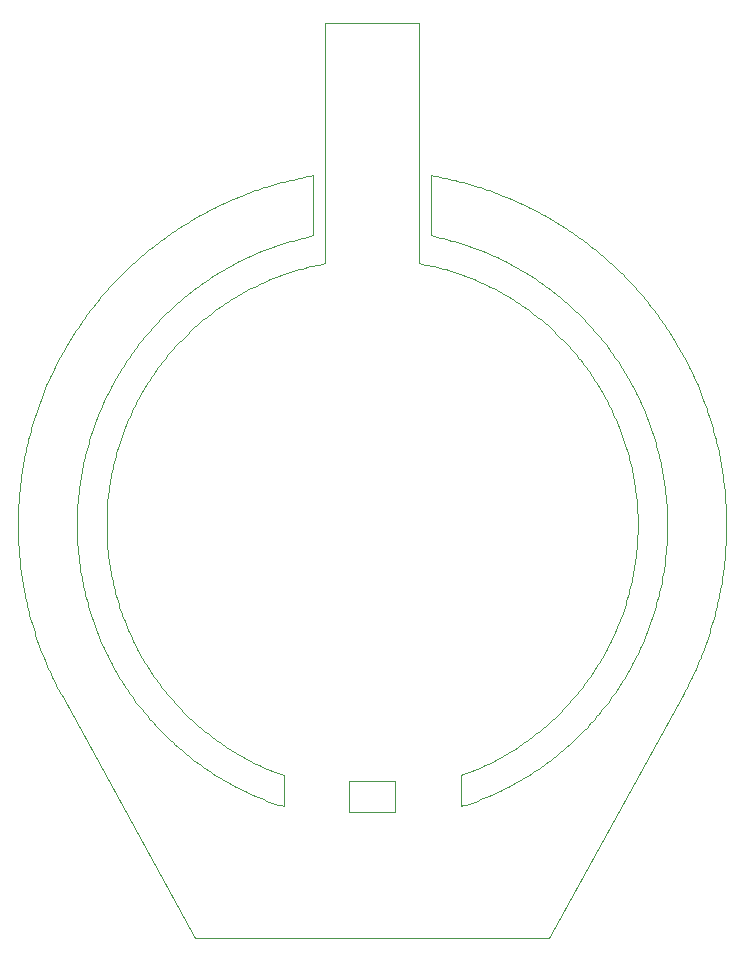
<source format=gm1>
%FSTAX23Y23*%
%MOIN*%
%SFA1B1*%

%IPPOS*%
%ADD17C,0.000390*%
%LNtransdutir_alinhado-1*%
%LPD*%
G54D17*
X00295Y00542D02*
X00304Y00546D01*
X00314Y00549*
X00323Y00553*
X00332Y00556*
X00341Y0056*
X00351Y00564*
X0036Y00568*
X00369Y00572*
X00378Y00577*
X00387Y00581*
X00396Y00585*
X00405Y0059*
X00414Y00595*
X00423Y00599*
X00432Y00604*
X0044Y00609*
X00449Y00614*
X00457Y00619*
X00466Y00624*
X00475Y0063*
X00483Y00635*
X00491Y00641*
X005Y00646*
X00508Y00652*
X00516Y00658*
X00524Y00664*
X00532Y0067*
X0054Y00676*
X00548Y00682*
X00556Y00688*
X00564Y00694*
X00571Y00701*
X00579Y00707*
X00586Y00714*
X00594Y00721*
X00601Y00727*
X00609Y00734*
X00616Y00741*
X00623Y00748*
X0063Y00755*
X00637Y00762*
X00644Y0077*
X00651Y00777*
X00658Y00784*
X00664Y00792*
X00671Y00799*
X00677Y00807*
X00684Y00815*
X0069Y00823*
X00696Y0083*
X00702Y00838*
X00708Y00846*
X00714Y00854*
X0072Y00862*
X00726Y00871*
X00732Y00879*
X00737Y00887*
X00743Y00896*
X00748Y00904*
X00753Y00912*
X00759Y00921*
X00764Y0093*
X00769Y00938*
X00774Y00947*
X00779Y00956*
X00783Y00965*
X00788Y00974*
X00792Y00982*
X00797Y00991*
X00801Y01001*
X00805Y0101*
X00809Y01019*
X00813Y01028*
X00817Y01037*
X00821Y01046*
X00825Y01056*
X00828Y01065*
X00832Y01074*
X00835Y01084*
X00839Y01093*
X00842Y01103*
X00845Y01112*
X00848Y01122*
X00851Y01132*
X00853Y01141*
X00856Y01151*
X00858Y01161*
X00861Y0117*
X00863Y0118*
X00865Y0119*
X00867Y012*
X00869Y01209*
X00871Y01219*
X00873Y01229*
X00874Y01239*
X00876Y01249*
X00877Y01259*
X00879Y01269*
X0088Y01279*
X00881Y01289*
X00882Y01299*
X00883Y01309*
X00883Y01319*
X00884Y01329*
X00884Y01339*
X00885Y01349*
X00885Y01359*
X00885Y01369*
X00885Y01379*
X00885Y01389*
X00885Y01399*
X00885Y01409*
X00884Y01419*
X00884Y01429*
X00883Y01439*
X00882Y01449*
X00882Y01459*
X00881Y01469*
X0088Y01479*
X00878Y01489*
X00877Y01499*
X00876Y01508*
X00874Y01518*
X00872Y01528*
X00871Y01538*
X00869Y01548*
X00867Y01558*
X00865Y01568*
X00862Y01577*
X0086Y01587*
X00858Y01597*
X00855Y01606*
X00853Y01616*
X0085Y01626*
X00847Y01635*
X00844Y01645*
X00841Y01654*
X00838Y01664*
X00834Y01673*
X00831Y01683*
X00828Y01692*
X00824Y01702*
X0082Y01711*
X00816Y0172*
X00812Y01729*
X00808Y01738*
X00804Y01748*
X008Y01757*
X00796Y01766*
X00791Y01775*
X00787Y01784*
X00782Y01792*
X00777Y01801*
X00773Y0181*
X00768Y01819*
X00763Y01827*
X00757Y01836*
X00752Y01845*
X00747Y01853*
X00741Y01861*
X00736Y0187*
X0073Y01878*
X00725Y01886*
X00719Y01894*
X00713Y01903*
X00707Y01911*
X00701Y01919*
X00695Y01926*
X00688Y01934*
X00682Y01942*
X00676Y0195*
X00669Y01957*
X00663Y01965*
X00656Y01972*
X00649Y0198*
X00642Y01987*
X00635Y01994*
X00628Y02001*
X00621Y02008*
X00614Y02015*
X00607Y02022*
X00599Y02029*
X00592Y02036*
X00585Y02043*
X00577Y02049*
X00569Y02056*
X00562Y02062*
X00554Y02068*
X00546Y02075*
X00538Y02081*
X0053Y02087*
X00522Y02093*
X00514Y02099*
X00506Y02104*
X00498Y0211*
X00489Y02116*
X00481Y02121*
X00472Y02127*
X00464Y02132*
X00455Y02137*
X00447Y02142*
X00438Y02147*
X00429Y02152*
X00421Y02157*
X00412Y02162*
X00403Y02166*
X00394Y02171*
X00385Y02175*
X00376Y02179*
X00367Y02184*
X00358Y02188*
X00348Y02192*
X00339Y02196*
X0033Y02199*
X00321Y02203*
X00311Y02207*
X00302Y0221*
X00292Y02213*
X00283Y02217*
X00273Y0222*
X00264Y02223*
X00254Y02226*
X00245Y02229*
X00235Y02231*
X00225Y02234*
X00216Y02236*
X00206Y02239*
X00196Y02241*
X00186Y02243*
X00177Y02245*
X00167Y02247*
X00157Y02249*
X00295Y00439D02*
X00304Y00442D01*
X00314Y00445*
X00323Y00448*
X00333Y00451*
X00342Y00455*
X00352Y00458*
X00361Y00462*
X0037Y00466*
X00379Y00469*
X00389Y00473*
X00398Y00477*
X00407Y00481*
X00416Y00486*
X00425Y0049*
X00434Y00494*
X00443Y00499*
X00452Y00503*
X00461Y00508*
X0047Y00513*
X00478Y00518*
X00487Y00523*
X00496Y00528*
X00504Y00533*
X00513Y00538*
X00522Y00543*
X0053Y00548*
X00538Y00554*
X00547Y00559*
X00555Y00565*
X00563Y00571*
X00572Y00576*
X0058Y00582*
X00588Y00588*
X00596Y00594*
X00604Y006*
X00612Y00607*
X00619Y00613*
X00627Y00619*
X00635Y00626*
X00642Y00632*
X0065Y00639*
X00657Y00645*
X00665Y00652*
X00672Y00659*
X00679Y00666*
X00687Y00673*
X00694Y0068*
X00701Y00687*
X00708Y00694*
X00715Y00701*
X00722Y00709*
X00728Y00716*
X00735Y00723*
X00742Y00731*
X00748Y00739*
X00755Y00746*
X00761Y00754*
X00767Y00762*
X00774Y0077*
X0078Y00777*
X00786Y00785*
X00792Y00793*
X00798Y00802*
X00804Y0081*
X00809Y00818*
X00815Y00826*
X0082Y00835*
X00826Y00843*
X00831Y00851*
X00837Y0086*
X00842Y00868*
X00847Y00877*
X00852Y00886*
X00857Y00894*
X00862Y00903*
X00867Y00912*
X00871Y00921*
X00876Y0093*
X0088Y00939*
X00885Y00948*
X00889Y00957*
X00893Y00966*
X00898Y00975*
X00902Y00984*
X00906Y00993*
X00909Y01002*
X00913Y01012*
X00917Y01021*
X00921Y0103*
X00924Y0104*
X00927Y01049*
X00931Y01059*
X00934Y01068*
X00937Y01078*
X0094Y01087*
X00943Y01097*
X00946Y01106*
X00948Y01116*
X00951Y01126*
X00954Y01135*
X00956Y01145*
X00958Y01155*
X0096Y01165*
X00963Y01174*
X00965Y01184*
X00967Y01194*
X00968Y01204*
X0097Y01214*
X00972Y01224*
X00973Y01234*
X00975Y01243*
X00976Y01253*
X00977Y01263*
X00978Y01273*
X00979Y01283*
X0098Y01293*
X00981Y01303*
X00982Y01313*
X00982Y01323*
X00983Y01333*
X00983Y01343*
X00983Y01353*
X00984Y01363*
X00984Y01373*
X00984Y01383*
X00984Y01393*
X00983Y01403*
X00983Y01413*
X00983Y01423*
X00982Y01433*
X00982Y01443*
X00981Y01453*
X0098Y01463*
X00979Y01473*
X00978Y01483*
X00977Y01493*
X00976Y01503*
X00974Y01513*
X00973Y01523*
X00971Y01533*
X0097Y01543*
X00968Y01553*
X00966Y01562*
X00964Y01572*
X00962Y01582*
X0096Y01592*
X00958Y01602*
X00956Y01611*
X00953Y01621*
X00951Y01631*
X00948Y0164*
X00945Y0165*
X00942Y0166*
X0094Y01669*
X00936Y01679*
X00933Y01688*
X0093Y01698*
X00927Y01707*
X00923Y01717*
X0092Y01726*
X00916Y01735*
X00913Y01745*
X00909Y01754*
X00905Y01763*
X00901Y01772*
X00897Y01782*
X00893Y01791*
X00889Y018*
X00884Y01809*
X0088Y01818*
X00875Y01827*
X00871Y01836*
X00866Y01844*
X00861Y01853*
X00856Y01862*
X00851Y01871*
X00846Y01879*
X00841Y01888*
X00836Y01896*
X0083Y01905*
X00825Y01913*
X0082Y01922*
X00814Y0193*
X00808Y01938*
X00803Y01946*
X00797Y01955*
X00791Y01963*
X00785Y01971*
X00779Y01979*
X00773Y01987*
X00766Y01994*
X0076Y02002*
X00754Y0201*
X00747Y02018*
X00741Y02025*
X00734Y02033*
X00727Y0204*
X00721Y02047*
X00714Y02055*
X00707Y02062*
X007Y02069*
X00693Y02076*
X00686Y02083*
X00678Y0209*
X00671Y02097*
X00664Y02104*
X00656Y02111*
X00649Y02117*
X00641Y02124*
X00634Y0213*
X00626Y02137*
X00618Y02143*
X0061Y02149*
X00602Y02155*
X00594Y02162*
X00586Y02168*
X00578Y02174*
X0057Y02179*
X00562Y02185*
X00554Y02191*
X00545Y02196*
X00537Y02202*
X00529Y02207*
X0052Y02213*
X00512Y02218*
X00503Y02223*
X00494Y02228*
X00486Y02233*
X00477Y02238*
X00468Y02243*
X00459Y02248*
X00451Y02252*
X00442Y02257*
X00433Y02261*
X00424Y02266*
X00415Y0227*
X00406Y02274*
X00396Y02278*
X00387Y02282*
X00378Y02286*
X00369Y0229*
X00359Y02294*
X0035Y02297*
X00341Y02301*
X00331Y02304*
X00322Y02307*
X00312Y02311*
X00303Y02314*
X00293Y02317*
X00284Y0232*
X00274Y02323*
X00264Y02325*
X00255Y02328*
X00245Y02331*
X00235Y02333*
X00226Y02335*
X00216Y02338*
X00206Y0234*
X00196Y02342*
X01035Y00809D02*
X01039Y00818D01*
X01044Y00826*
X01049Y00835*
X01053Y00844*
X01058Y00853*
X01062Y00862*
X01067Y00871*
X01071Y0088*
X01075Y00889*
X01079Y00898*
X01083Y00907*
X01087Y00917*
X01091Y00926*
X01095Y00935*
X01098Y00944*
X01102Y00954*
X01106Y00963*
X01109Y00973*
X01112Y00982*
X01116Y00991*
X01119Y01001*
X01122Y0101*
X01125Y0102*
X01128Y01029*
X01131Y01039*
X01134Y01049*
X01137Y01058*
X01139Y01068*
X01142Y01078*
X01144Y01087*
X01147Y01097*
X01149Y01107*
X01151Y01116*
X01154Y01126*
X01156Y01136*
X01158Y01146*
X0116Y01156*
X01161Y01165*
X01163Y01175*
X01165Y01185*
X01166Y01195*
X01168Y01205*
X01169Y01215*
X01171Y01225*
X01172Y01235*
X01173Y01245*
X01174Y01254*
X01175Y01264*
X01176Y01274*
X01177Y01284*
X01178Y01294*
X01178Y01304*
X01179Y01314*
X01179Y01324*
X0118Y01334*
X0118Y01344*
X0118Y01354*
X01181Y01364*
X01181Y01374*
X01181Y01384*
X0118Y01394*
X0118Y01404*
X0118Y01414*
X0118Y01424*
X01179Y01434*
X01179Y01444*
X01178Y01454*
X01177Y01464*
X01177Y01474*
X01176Y01484*
X01175Y01494*
X01174Y01504*
X01173Y01514*
X01171Y01524*
X0117Y01534*
X01169Y01544*
X01167Y01554*
X01166Y01564*
X01164Y01573*
X01163Y01583*
X01161Y01593*
X01159Y01603*
X01157Y01613*
X01155Y01623*
X01153Y01632*
X01151Y01642*
X01148Y01652*
X01146Y01662*
X01143Y01671*
X01141Y01681*
X01138Y01691*
X01136Y017*
X01133Y0171*
X0113Y01719*
X01127Y01729*
X01124Y01739*
X01121Y01748*
X01118Y01758*
X01115Y01767*
X01111Y01776*
X01108Y01786*
X01104Y01795*
X01101Y01805*
X01097Y01814*
X01093Y01823*
X01089Y01832*
X01086Y01842*
X01082Y01851*
X01078Y0186*
X01073Y01869*
X01069Y01878*
X01065Y01887*
X01061Y01896*
X01056Y01905*
X01052Y01914*
X01047Y01923*
X01042Y01932*
X01038Y01941*
X01033Y01949*
X01028Y01958*
X01023Y01967*
X01018Y01975*
X01013Y01984*
X01008Y01993*
X01002Y02001*
X00997Y0201*
X00992Y02018*
X00986Y02026*
X00981Y02035*
X00975Y02043*
X0097Y02051*
X00964Y0206*
X00958Y02068*
X00952Y02076*
X00946Y02084*
X0094Y02092*
X00934Y021*
X00928Y02108*
X00922Y02115*
X00915Y02123*
X00909Y02131*
X00903Y02139*
X00896Y02146*
X0089Y02154*
X00883Y02161*
X00876Y02169*
X0087Y02176*
X00863Y02184*
X00856Y02191*
X00849Y02198*
X00842Y02205*
X00835Y02212*
X00828Y02219*
X00821Y02226*
X00813Y02233*
X00806Y0224*
X00799Y02247*
X00791Y02254*
X00784Y0226*
X00777Y02267*
X00769Y02274*
X00761Y0228*
X00754Y02286*
X00746Y02293*
X00738Y02299*
X0073Y02305*
X00722Y02311*
X00715Y02318*
X00707Y02324*
X00699Y0233*
X0069Y02335*
X00682Y02341*
X00674Y02347*
X00666Y02353*
X00658Y02358*
X00649Y02364*
X00641Y02369*
X00632Y02375*
X00624Y0238*
X00615Y02385*
X00607Y0239*
X00598Y02396*
X0059Y02401*
X00581Y02406*
X00572Y0241*
X00563Y02415*
X00555Y0242*
X00546Y02425*
X00537Y02429*
X00528Y02434*
X00519Y02438*
X0051Y02443*
X00501Y02447*
X00492Y02451*
X00483Y02455*
X00474Y02459*
X00464Y02463*
X00455Y02467*
X00446Y02471*
X00437Y02475*
X00427Y02478*
X00418Y02482*
X00409Y02485*
X00399Y02489*
X0039Y02492*
X0038Y02495*
X00371Y02499*
X00361Y02502*
X00352Y02505*
X00342Y02508*
X00333Y02511*
X00323Y02513*
X00314Y02516*
X00304Y02519*
X00294Y02521*
X00284Y02524*
X00275Y02526*
X00265Y02528*
X00255Y02531*
X00246Y02533*
X00236Y02535*
X00226Y02537*
X00216Y02539*
X00206Y0254*
X00196Y02542*
X-00196Y02542D02*
X-00206Y0254D01*
X-00216Y02539*
X-00226Y02537*
X-00236Y02535*
X-00245Y02533*
X-00255Y02531*
X-00265Y02528*
X-00275Y02526*
X-00284Y02524*
X-00294Y02521*
X-00304Y02519*
X-00314Y02516*
X-00323Y02513*
X-00333Y02511*
X-00342Y02508*
X-00352Y02505*
X-00361Y02502*
X-00371Y02499*
X-0038Y02495*
X-0039Y02492*
X-00399Y02489*
X-00409Y02485*
X-00418Y02482*
X-00427Y02478*
X-00437Y02475*
X-00446Y02471*
X-00455Y02467*
X-00464Y02463*
X-00474Y02459*
X-00483Y02455*
X-00492Y02451*
X-00501Y02447*
X-0051Y02443*
X-00519Y02438*
X-00528Y02434*
X-00537Y02429*
X-00546Y02425*
X-00555Y0242*
X-00563Y02415*
X-00572Y0241*
X-00581Y02406*
X-0059Y02401*
X-00598Y02396*
X-00607Y0239*
X-00615Y02385*
X-00624Y0238*
X-00632Y02375*
X-00641Y02369*
X-00649Y02364*
X-00658Y02358*
X-00666Y02353*
X-00674Y02347*
X-00682Y02341*
X-0069Y02335*
X-00698Y0233*
X-00707Y02324*
X-00715Y02318*
X-00722Y02311*
X-0073Y02305*
X-00738Y02299*
X-00746Y02293*
X-00754Y02286*
X-00761Y0228*
X-00769Y02274*
X-00777Y02267*
X-00784Y0226*
X-00791Y02254*
X-00799Y02247*
X-00806Y0224*
X-00813Y02233*
X-00821Y02226*
X-00828Y02219*
X-00835Y02212*
X-00842Y02205*
X-00849Y02198*
X-00856Y02191*
X-00863Y02184*
X-0087Y02176*
X-00876Y02169*
X-00883Y02161*
X-0089Y02154*
X-00896Y02146*
X-00903Y02139*
X-00909Y02131*
X-00915Y02123*
X-00922Y02115*
X-00928Y02108*
X-00934Y021*
X-0094Y02092*
X-00946Y02084*
X-00952Y02076*
X-00958Y02068*
X-00964Y0206*
X-0097Y02051*
X-00975Y02043*
X-00981Y02035*
X-00986Y02026*
X-00992Y02018*
X-00997Y0201*
X-01002Y02001*
X-01008Y01993*
X-01013Y01984*
X-01018Y01976*
X-01023Y01967*
X-01028Y01958*
X-01033Y01949*
X-01038Y01941*
X-01042Y01932*
X-01047Y01923*
X-01052Y01914*
X-01056Y01905*
X-01061Y01896*
X-01065Y01887*
X-01069Y01878*
X-01073Y01869*
X-01078Y0186*
X-01082Y01851*
X-01086Y01842*
X-01089Y01832*
X-01093Y01823*
X-01097Y01814*
X-01101Y01805*
X-01104Y01795*
X-01108Y01786*
X-01111Y01776*
X-01115Y01767*
X-01118Y01758*
X-01121Y01748*
X-01124Y01739*
X-01127Y01729*
X-0113Y01719*
X-01133Y0171*
X-01136Y017*
X-01138Y01691*
X-01141Y01681*
X-01143Y01671*
X-01146Y01662*
X-01148Y01652*
X-01151Y01642*
X-01153Y01632*
X-01155Y01623*
X-01157Y01613*
X-01159Y01603*
X-01161Y01593*
X-01163Y01583*
X-01164Y01573*
X-01166Y01564*
X-01167Y01554*
X-01169Y01544*
X-0117Y01534*
X-01171Y01524*
X-01173Y01514*
X-01174Y01504*
X-01175Y01494*
X-01176Y01484*
X-01177Y01474*
X-01177Y01464*
X-01178Y01454*
X-01179Y01444*
X-01179Y01434*
X-0118Y01424*
X-0118Y01414*
X-0118Y01404*
X-0118Y01394*
X-01181Y01384*
X-01181Y01374*
X-01181Y01364*
X-0118Y01354*
X-0118Y01344*
X-0118Y01334*
X-01179Y01324*
X-01179Y01314*
X-01178Y01304*
X-01178Y01294*
X-01177Y01284*
X-01176Y01274*
X-01175Y01264*
X-01174Y01254*
X-01173Y01245*
X-01172Y01235*
X-01171Y01225*
X-01169Y01215*
X-01168Y01205*
X-01166Y01195*
X-01165Y01185*
X-01163Y01175*
X-01161Y01165*
X-0116Y01156*
X-01158Y01146*
X-01156Y01136*
X-01154Y01126*
X-01151Y01116*
X-01149Y01107*
X-01147Y01097*
X-01144Y01087*
X-01142Y01078*
X-01139Y01068*
X-01137Y01058*
X-01134Y01049*
X-01131Y01039*
X-01128Y01029*
X-01125Y0102*
X-01122Y0101*
X-01119Y01001*
X-01116Y00991*
X-01112Y00982*
X-01109Y00973*
X-01106Y00963*
X-01102Y00954*
X-01098Y00944*
X-01095Y00935*
X-01091Y00926*
X-01087Y00917*
X-01083Y00908*
X-01079Y00898*
X-01075Y00889*
X-01071Y0088*
X-01067Y00871*
X-01062Y00862*
X-01058Y00853*
X-01053Y00844*
X-01049Y00835*
X-01044Y00826*
X-01039Y00818*
X-01035Y00809*
X-00196Y02342D02*
X-00206Y0234D01*
X-00216Y02338*
X-00226Y02335*
X-00235Y02333*
X-00245Y02331*
X-00255Y02328*
X-00264Y02325*
X-00274Y02323*
X-00284Y0232*
X-00293Y02317*
X-00303Y02314*
X-00312Y02311*
X-00322Y02307*
X-00331Y02304*
X-00341Y02301*
X-0035Y02297*
X-00359Y02294*
X-00369Y0229*
X-00378Y02286*
X-00387Y02282*
X-00396Y02278*
X-00406Y02274*
X-00415Y0227*
X-00424Y02266*
X-00433Y02261*
X-00442Y02257*
X-00451Y02252*
X-00459Y02248*
X-00468Y02243*
X-00477Y02238*
X-00486Y02233*
X-00495Y02228*
X-00503Y02223*
X-00512Y02218*
X-0052Y02213*
X-00529Y02207*
X-00537Y02202*
X-00545Y02196*
X-00554Y02191*
X-00562Y02185*
X-0057Y02179*
X-00578Y02173*
X-00586Y02168*
X-00594Y02162*
X-00602Y02155*
X-0061Y02149*
X-00618Y02143*
X-00626Y02137*
X-00634Y0213*
X-00641Y02124*
X-00649Y02117*
X-00656Y02111*
X-00664Y02104*
X-00671Y02097*
X-00678Y0209*
X-00686Y02083*
X-00693Y02076*
X-007Y02069*
X-00707Y02062*
X-00714Y02055*
X-00721Y02047*
X-00727Y0204*
X-00734Y02033*
X-00741Y02025*
X-00747Y02018*
X-00754Y0201*
X-0076Y02002*
X-00766Y01994*
X-00773Y01987*
X-00779Y01979*
X-00785Y01971*
X-00791Y01963*
X-00797Y01955*
X-00803Y01946*
X-00808Y01938*
X-00814Y0193*
X-0082Y01922*
X-00825Y01913*
X-00831Y01905*
X-00836Y01896*
X-00841Y01888*
X-00846Y01879*
X-00851Y01871*
X-00856Y01862*
X-00861Y01853*
X-00866Y01844*
X-00871Y01836*
X-00875Y01827*
X-0088Y01818*
X-00884Y01809*
X-00889Y018*
X-00893Y01791*
X-00897Y01782*
X-00901Y01772*
X-00905Y01763*
X-00909Y01754*
X-00913Y01745*
X-00916Y01735*
X-0092Y01726*
X-00923Y01717*
X-00927Y01707*
X-0093Y01698*
X-00933Y01688*
X-00936Y01679*
X-0094Y01669*
X-00942Y0166*
X-00945Y0165*
X-00948Y0164*
X-00951Y01631*
X-00953Y01621*
X-00956Y01611*
X-00958Y01602*
X-0096Y01592*
X-00962Y01582*
X-00964Y01572*
X-00966Y01562*
X-00968Y01553*
X-0097Y01543*
X-00971Y01533*
X-00973Y01523*
X-00974Y01513*
X-00976Y01503*
X-00977Y01493*
X-00978Y01483*
X-00979Y01473*
X-0098Y01463*
X-00981Y01453*
X-00982Y01443*
X-00982Y01433*
X-00983Y01423*
X-00983Y01413*
X-00983Y01403*
X-00984Y01393*
X-00984Y01383*
X-00984Y01373*
X-00984Y01363*
X-00983Y01353*
X-00983Y01343*
X-00983Y01333*
X-00982Y01323*
X-00982Y01313*
X-00981Y01303*
X-0098Y01293*
X-00979Y01283*
X-00978Y01273*
X-00977Y01263*
X-00976Y01253*
X-00975Y01243*
X-00973Y01234*
X-00972Y01224*
X-0097Y01214*
X-00968Y01204*
X-00967Y01194*
X-00965Y01184*
X-00963Y01174*
X-0096Y01165*
X-00958Y01155*
X-00956Y01145*
X-00954Y01135*
X-00951Y01126*
X-00948Y01116*
X-00946Y01106*
X-00943Y01097*
X-0094Y01087*
X-00937Y01078*
X-00934Y01068*
X-00931Y01059*
X-00927Y01049*
X-00924Y0104*
X-00921Y0103*
X-00917Y01021*
X-00913Y01012*
X-00909Y01002*
X-00906Y00993*
X-00902Y00984*
X-00898Y00975*
X-00893Y00966*
X-00889Y00957*
X-00885Y00948*
X-0088Y00939*
X-00876Y0093*
X-00871Y00921*
X-00867Y00912*
X-00862Y00903*
X-00857Y00894*
X-00852Y00886*
X-00847Y00877*
X-00842Y00868*
X-00837Y0086*
X-00831Y00851*
X-00826Y00843*
X-0082Y00834*
X-00815Y00826*
X-00809Y00818*
X-00803Y0081*
X-00798Y00802*
X-00792Y00793*
X-00786Y00785*
X-0078Y00777*
X-00774Y0077*
X-00767Y00762*
X-00761Y00754*
X-00755Y00746*
X-00748Y00739*
X-00742Y00731*
X-00735Y00723*
X-00728Y00716*
X-00722Y00709*
X-00715Y00701*
X-00708Y00694*
X-00701Y00687*
X-00694Y0068*
X-00687Y00673*
X-00679Y00666*
X-00672Y00659*
X-00665Y00652*
X-00657Y00645*
X-0065Y00639*
X-00642Y00632*
X-00635Y00626*
X-00627Y00619*
X-00619Y00613*
X-00611Y00607*
X-00604Y006*
X-00596Y00594*
X-00588Y00588*
X-0058Y00582*
X-00571Y00576*
X-00563Y00571*
X-00555Y00565*
X-00547Y00559*
X-00538Y00554*
X-0053Y00548*
X-00522Y00543*
X-00513Y00538*
X-00504Y00533*
X-00496Y00528*
X-00487Y00523*
X-00478Y00518*
X-0047Y00513*
X-00461Y00508*
X-00452Y00503*
X-00443Y00499*
X-00434Y00494*
X-00425Y0049*
X-00416Y00486*
X-00407Y00481*
X-00398Y00477*
X-00389Y00473*
X-00379Y00469*
X-0037Y00466*
X-00361Y00462*
X-00352Y00458*
X-00342Y00455*
X-00333Y00451*
X-00323Y00448*
X-00314Y00445*
X-00304Y00442*
X-00295Y00439*
X-00157Y02249D02*
X-00167Y02247D01*
X-00177Y02245*
X-00186Y02243*
X-00196Y02241*
X-00206Y02239*
X-00216Y02236*
X-00225Y02234*
X-00235Y02231*
X-00245Y02229*
X-00254Y02226*
X-00264Y02223*
X-00273Y0222*
X-00283Y02217*
X-00292Y02213*
X-00302Y0221*
X-00311Y02207*
X-00321Y02203*
X-0033Y02199*
X-00339Y02196*
X-00348Y02192*
X-00358Y02188*
X-00367Y02184*
X-00376Y02179*
X-00385Y02175*
X-00394Y02171*
X-00403Y02166*
X-00412Y02162*
X-00421Y02157*
X-00429Y02152*
X-00438Y02147*
X-00447Y02142*
X-00455Y02137*
X-00464Y02132*
X-00472Y02126*
X-00481Y02121*
X-00489Y02116*
X-00498Y0211*
X-00506Y02104*
X-00514Y02099*
X-00522Y02093*
X-0053Y02087*
X-00538Y02081*
X-00546Y02075*
X-00554Y02068*
X-00562Y02062*
X-00569Y02056*
X-00577Y02049*
X-00585Y02043*
X-00592Y02036*
X-00599Y02029*
X-00607Y02022*
X-00614Y02015*
X-00621Y02008*
X-00628Y02001*
X-00635Y01994*
X-00642Y01987*
X-00649Y0198*
X-00656Y01972*
X-00663Y01965*
X-00669Y01957*
X-00676Y0195*
X-00682Y01942*
X-00688Y01934*
X-00695Y01926*
X-00701Y01919*
X-00707Y01911*
X-00713Y01903*
X-00719Y01894*
X-00725Y01886*
X-0073Y01878*
X-00736Y0187*
X-00741Y01861*
X-00747Y01853*
X-00752Y01845*
X-00757Y01836*
X-00763Y01827*
X-00768Y01819*
X-00773Y0181*
X-00777Y01801*
X-00782Y01792*
X-00787Y01784*
X-00791Y01775*
X-00796Y01766*
X-008Y01757*
X-00804Y01748*
X-00808Y01738*
X-00812Y01729*
X-00816Y0172*
X-0082Y01711*
X-00824Y01702*
X-00828Y01692*
X-00831Y01683*
X-00834Y01673*
X-00838Y01664*
X-00841Y01654*
X-00844Y01645*
X-00847Y01635*
X-0085Y01626*
X-00853Y01616*
X-00855Y01606*
X-00858Y01597*
X-0086Y01587*
X-00863Y01577*
X-00865Y01568*
X-00867Y01558*
X-00869Y01548*
X-00871Y01538*
X-00872Y01528*
X-00874Y01518*
X-00876Y01508*
X-00877Y01499*
X-00878Y01489*
X-0088Y01479*
X-00881Y01469*
X-00882Y01459*
X-00882Y01449*
X-00883Y01439*
X-00884Y01429*
X-00884Y01419*
X-00885Y01409*
X-00885Y01399*
X-00885Y01389*
X-00885Y01379*
X-00885Y01369*
X-00885Y01359*
X-00885Y01349*
X-00884Y01339*
X-00884Y01329*
X-00883Y01319*
X-00883Y01309*
X-00882Y01299*
X-00881Y01289*
X-0088Y01279*
X-00879Y01269*
X-00877Y01259*
X-00876Y01249*
X-00874Y01239*
X-00873Y01229*
X-00871Y01219*
X-00869Y01209*
X-00867Y012*
X-00865Y0119*
X-00863Y0118*
X-00861Y0117*
X-00858Y01161*
X-00856Y01151*
X-00853Y01141*
X-00851Y01132*
X-00848Y01122*
X-00845Y01112*
X-00842Y01103*
X-00839Y01093*
X-00835Y01084*
X-00832Y01074*
X-00828Y01065*
X-00825Y01056*
X-00821Y01046*
X-00817Y01037*
X-00813Y01028*
X-00809Y01019*
X-00805Y0101*
X-00801Y01001*
X-00797Y00991*
X-00792Y00982*
X-00788Y00974*
X-00783Y00965*
X-00779Y00956*
X-00774Y00947*
X-00769Y00938*
X-00764Y0093*
X-00759Y00921*
X-00753Y00912*
X-00748Y00904*
X-00743Y00896*
X-00737Y00887*
X-00732Y00879*
X-00726Y00871*
X-0072Y00862*
X-00714Y00854*
X-00708Y00846*
X-00702Y00838*
X-00696Y0083*
X-0069Y00823*
X-00684Y00815*
X-00677Y00807*
X-00671Y00799*
X-00664Y00792*
X-00658Y00784*
X-00651Y00777*
X-00644Y0077*
X-00637Y00762*
X-0063Y00755*
X-00623Y00748*
X-00616Y00741*
X-00609Y00734*
X-00601Y00727*
X-00594Y00721*
X-00586Y00714*
X-00579Y00707*
X-00571Y00701*
X-00564Y00694*
X-00556Y00688*
X-00548Y00682*
X-0054Y00676*
X-00532Y0067*
X-00524Y00664*
X-00516Y00658*
X-00508Y00652*
X-005Y00646*
X-00491Y00641*
X-00483Y00635*
X-00475Y0063*
X-00466Y00624*
X-00457Y00619*
X-00449Y00614*
X-0044Y00609*
X-00431Y00604*
X-00423Y00599*
X-00414Y00595*
X-00405Y0059*
X-00396Y00585*
X-00387Y00581*
X-00378Y00577*
X-00369Y00572*
X-0036Y00568*
X-00351Y00564*
X-00341Y0056*
X-00332Y00556*
X-00323Y00553*
X-00314Y00549*
X-00304Y00546*
X-00295Y00542*
X-00078Y0042D02*
X00078D01*
X-00078D02*
Y00523D01*
X00078Y0042D02*
Y00523D01*
X-00078D02*
X00078D01*
X00157Y02249D02*
Y03051D01*
X-00157D02*
X00157D01*
X-00157Y02249D02*
Y03051D01*
X-00196Y02342D02*
Y02542D01*
X00196Y02342D02*
Y02542D01*
X-0059Y0D02*
X0059D01*
X-00295Y00439D02*
Y00542D01*
X00295Y00439D02*
Y00542D01*
X-01035Y00809D02*
X-0059Y0D01*
X0059D02*
X01035Y00809D01*
M02*
</source>
